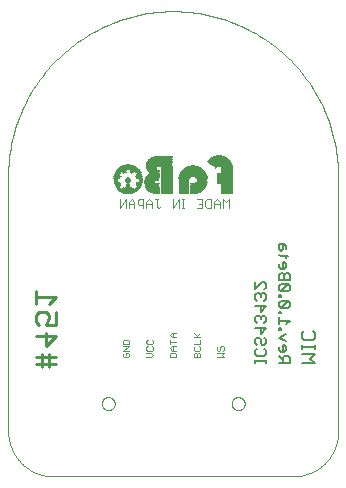
<source format=gbo>
G75*
%MOIN*%
%OFA0B0*%
%FSLAX25Y25*%
%IPPOS*%
%LPD*%
%AMOC8*
5,1,8,0,0,1.08239X$1,22.5*
%
%ADD10C,0.00600*%
%ADD11C,0.00500*%
%ADD12C,0.00900*%
%ADD13C,0.00400*%
%ADD14R,0.00892X0.00042*%
%ADD15R,0.00595X0.00042*%
%ADD16R,0.01572X0.00042*%
%ADD17R,0.01402X0.00042*%
%ADD18R,0.01912X0.00042*%
%ADD19R,0.01955X0.00042*%
%ADD20R,0.02083X0.00042*%
%ADD21R,0.02295X0.00042*%
%ADD22R,0.03782X0.00042*%
%ADD23R,0.02252X0.00042*%
%ADD24R,0.03485X0.00042*%
%ADD25R,0.02635X0.00042*%
%ADD26R,0.03825X0.00042*%
%ADD27R,0.02422X0.00042*%
%ADD28R,0.03527X0.00042*%
%ADD29R,0.01785X0.00042*%
%ADD30R,0.02932X0.00042*%
%ADD31R,0.02550X0.00042*%
%ADD32R,0.02082X0.00042*%
%ADD33R,0.03145X0.00042*%
%ADD34R,0.02677X0.00042*%
%ADD35R,0.03400X0.00042*%
%ADD36R,0.02763X0.00042*%
%ADD37R,0.02507X0.00042*%
%ADD38R,0.03612X0.00042*%
%ADD39R,0.02847X0.00042*%
%ADD40R,0.02975X0.00042*%
%ADD41R,0.03995X0.00042*%
%ADD42R,0.03060X0.00042*%
%ADD43R,0.02890X0.00042*%
%ADD44R,0.04207X0.00042*%
%ADD45R,0.03145X0.00042*%
%ADD46R,0.04377X0.00042*%
%ADD47R,0.03230X0.00042*%
%ADD48R,0.04547X0.00042*%
%ADD49R,0.03315X0.00042*%
%ADD50R,0.04717X0.00042*%
%ADD51R,0.03358X0.00042*%
%ADD52R,0.04845X0.00042*%
%ADD53R,0.03442X0.00042*%
%ADD54R,0.04972X0.00042*%
%ADD55R,0.05100X0.00042*%
%ADD56R,0.03570X0.00042*%
%ADD57R,0.05270X0.00042*%
%ADD58R,0.03655X0.00042*%
%ADD59R,0.05397X0.00042*%
%ADD60R,0.03697X0.00042*%
%ADD61R,0.03570X0.00042*%
%ADD62R,0.05525X0.00042*%
%ADD63R,0.03740X0.00042*%
%ADD64R,0.05610X0.00042*%
%ADD65R,0.05738X0.00042*%
%ADD66R,0.03867X0.00042*%
%ADD67R,0.05865X0.00042*%
%ADD68R,0.03952X0.00042*%
%ADD69R,0.05950X0.00042*%
%ADD70R,0.03995X0.00042*%
%ADD71R,0.06077X0.00042*%
%ADD72R,0.04038X0.00042*%
%ADD73R,0.03910X0.00042*%
%ADD74R,0.06205X0.00042*%
%ADD75R,0.04080X0.00042*%
%ADD76R,0.06290X0.00042*%
%ADD77R,0.04122X0.00042*%
%ADD78R,0.06375X0.00042*%
%ADD79R,0.04165X0.00042*%
%ADD80R,0.06460X0.00042*%
%ADD81R,0.04208X0.00042*%
%ADD82R,0.06588X0.00042*%
%ADD83R,0.04250X0.00042*%
%ADD84R,0.06672X0.00042*%
%ADD85R,0.04292X0.00042*%
%ADD86R,0.06757X0.00042*%
%ADD87R,0.04335X0.00042*%
%ADD88R,0.06842X0.00042*%
%ADD89R,0.06927X0.00042*%
%ADD90R,0.04420X0.00042*%
%ADD91R,0.07013X0.00042*%
%ADD92R,0.04462X0.00042*%
%ADD93R,0.07097X0.00042*%
%ADD94R,0.04505X0.00042*%
%ADD95R,0.07140X0.00042*%
%ADD96R,0.01360X0.00042*%
%ADD97R,0.04590X0.00042*%
%ADD98R,0.04633X0.00042*%
%ADD99R,0.04420X0.00042*%
%ADD100R,0.04675X0.00042*%
%ADD101R,0.01317X0.00042*%
%ADD102R,0.04760X0.00042*%
%ADD103R,0.04802X0.00042*%
%ADD104R,0.00510X0.00042*%
%ADD105R,0.02040X0.00042*%
%ADD106R,0.00552X0.00042*%
%ADD107R,0.00382X0.00042*%
%ADD108R,0.01275X0.00042*%
%ADD109R,0.04845X0.00042*%
%ADD110R,0.00255X0.00042*%
%ADD111R,0.04888X0.00042*%
%ADD112R,0.04632X0.00042*%
%ADD113R,0.00127X0.00042*%
%ADD114R,0.01870X0.00042*%
%ADD115R,0.00085X0.00042*%
%ADD116R,0.04930X0.00042*%
%ADD117R,0.01827X0.00042*%
%ADD118R,0.01232X0.00042*%
%ADD119R,0.01233X0.00042*%
%ADD120R,0.01742X0.00042*%
%ADD121R,0.05015X0.00042*%
%ADD122R,0.01700X0.00042*%
%ADD123R,0.01190X0.00042*%
%ADD124R,0.05058X0.00042*%
%ADD125R,0.01657X0.00042*%
%ADD126R,0.01615X0.00042*%
%ADD127R,0.05142X0.00042*%
%ADD128R,0.01530X0.00042*%
%ADD129R,0.01445X0.00042*%
%ADD130R,0.01487X0.00042*%
%ADD131R,0.01445X0.00042*%
%ADD132R,0.05185X0.00042*%
%ADD133R,0.05227X0.00042*%
%ADD134R,0.05270X0.00042*%
%ADD135R,0.05312X0.00042*%
%ADD136R,0.05355X0.00042*%
%ADD137R,0.01147X0.00042*%
%ADD138R,0.01997X0.00042*%
%ADD139R,0.01105X0.00042*%
%ADD140R,0.01063X0.00042*%
%ADD141R,0.01020X0.00042*%
%ADD142R,0.02125X0.00042*%
%ADD143R,0.05440X0.00042*%
%ADD144R,0.00977X0.00042*%
%ADD145R,0.00935X0.00042*%
%ADD146R,0.05483X0.00042*%
%ADD147R,0.00850X0.00042*%
%ADD148R,0.00807X0.00042*%
%ADD149R,0.05057X0.00042*%
%ADD150R,0.00765X0.00042*%
%ADD151R,0.00595X0.00042*%
%ADD152R,0.00425X0.00042*%
%ADD153R,0.03783X0.00042*%
%ADD154R,0.00722X0.00042*%
%ADD155R,0.00297X0.00042*%
%ADD156R,0.00680X0.00042*%
%ADD157R,0.00213X0.00042*%
%ADD158R,0.00042X0.00042*%
%ADD159R,0.02040X0.00042*%
%ADD160R,0.01190X0.00042*%
%ADD161R,0.03357X0.00042*%
%ADD162R,0.01870X0.00042*%
%ADD163R,0.02167X0.00042*%
%ADD164R,0.02210X0.00042*%
%ADD165R,0.00467X0.00042*%
%ADD166R,0.02253X0.00042*%
%ADD167R,0.02295X0.00042*%
%ADD168R,0.02337X0.00042*%
%ADD169R,0.09350X0.00042*%
%ADD170R,0.02380X0.00042*%
%ADD171R,0.09308X0.00042*%
%ADD172R,0.09265X0.00042*%
%ADD173R,0.09222X0.00042*%
%ADD174R,0.09137X0.00042*%
%ADD175R,0.09052X0.00042*%
%ADD176R,0.09010X0.00042*%
%ADD177R,0.01828X0.00042*%
%ADD178R,0.08967X0.00042*%
%ADD179R,0.08925X0.00042*%
%ADD180R,0.08840X0.00042*%
%ADD181R,0.08755X0.00042*%
%ADD182R,0.08670X0.00042*%
%ADD183R,0.01615X0.00042*%
%ADD184R,0.03102X0.00042*%
%ADD185R,0.08627X0.00042*%
%ADD186R,0.03188X0.00042*%
%ADD187R,0.08585X0.00042*%
%ADD188R,0.01658X0.00042*%
%ADD189R,0.08542X0.00042*%
%ADD190R,0.03272X0.00042*%
%ADD191R,0.08500X0.00042*%
%ADD192R,0.08457X0.00042*%
%ADD193R,0.08372X0.00042*%
%ADD194R,0.08288X0.00042*%
%ADD195R,0.01020X0.00042*%
%ADD196R,0.08202X0.00042*%
%ADD197R,0.08117X0.00042*%
%ADD198R,0.08075X0.00042*%
%ADD199R,0.08032X0.00042*%
%ADD200R,0.07947X0.00042*%
%ADD201R,0.07905X0.00042*%
%ADD202R,0.07820X0.00042*%
%ADD203R,0.07777X0.00042*%
%ADD204R,0.07735X0.00042*%
%ADD205R,0.07650X0.00042*%
%ADD206R,0.07565X0.00042*%
%ADD207R,0.03315X0.00042*%
%ADD208R,0.07480X0.00042*%
%ADD209R,0.07437X0.00042*%
%ADD210R,0.07353X0.00042*%
%ADD211R,0.07267X0.00042*%
%ADD212R,0.07183X0.00042*%
%ADD213R,0.03740X0.00042*%
%ADD214R,0.07055X0.00042*%
%ADD215R,0.06928X0.00042*%
%ADD216R,0.06758X0.00042*%
%ADD217R,0.03103X0.00042*%
%ADD218R,0.06503X0.00042*%
%ADD219R,0.06417X0.00042*%
%ADD220R,0.06333X0.00042*%
%ADD221R,0.06162X0.00042*%
%ADD222R,0.06078X0.00042*%
%ADD223R,0.05822X0.00042*%
%ADD224R,0.00170X0.00042*%
%ADD225R,0.00340X0.00042*%
%ADD226R,0.04378X0.00042*%
%ADD227R,0.03528X0.00042*%
%ADD228R,0.03953X0.00042*%
%ADD229R,0.06332X0.00042*%
%ADD230R,0.06502X0.00042*%
%ADD231R,0.06630X0.00042*%
%ADD232R,0.06715X0.00042*%
%ADD233R,0.06800X0.00042*%
%ADD234R,0.06970X0.00042*%
%ADD235R,0.07225X0.00042*%
%ADD236R,0.07310X0.00042*%
%ADD237R,0.07395X0.00042*%
%ADD238R,0.07522X0.00042*%
%ADD239R,0.08415X0.00042*%
%ADD240R,0.07608X0.00042*%
%ADD241R,0.07692X0.00042*%
%ADD242R,0.08330X0.00042*%
%ADD243R,0.08245X0.00042*%
%ADD244R,0.08160X0.00042*%
%ADD245R,0.06970X0.00042*%
%ADD246R,0.06885X0.00042*%
%ADD247R,0.07990X0.00042*%
%ADD248R,0.06545X0.00042*%
%ADD249R,0.07863X0.00042*%
%ADD250R,0.07820X0.00042*%
%ADD251R,0.06120X0.00042*%
%ADD252R,0.07607X0.00042*%
%ADD253R,0.05992X0.00042*%
%ADD254R,0.05780X0.00042*%
%ADD255R,0.05652X0.00042*%
%ADD256R,0.07352X0.00042*%
%ADD257R,0.05567X0.00042*%
%ADD258R,0.02465X0.00042*%
%ADD259C,0.00000*%
%ADD260C,0.00300*%
D10*
X0099300Y0039300D02*
X0103704Y0039300D01*
X0102236Y0040768D01*
X0103704Y0042236D01*
X0099300Y0042236D01*
X0099300Y0043904D02*
X0099300Y0045372D01*
X0099300Y0044638D02*
X0103704Y0044638D01*
X0103704Y0043904D02*
X0103704Y0045372D01*
X0102970Y0046973D02*
X0100034Y0046973D01*
X0099300Y0047707D01*
X0099300Y0049175D01*
X0100034Y0049909D01*
X0102970Y0049909D02*
X0103704Y0049175D01*
X0103704Y0047707D01*
X0102970Y0046973D01*
D11*
X0095253Y0041001D02*
X0095253Y0039250D01*
X0091750Y0039250D01*
X0092918Y0039250D02*
X0092918Y0041001D01*
X0093501Y0041585D01*
X0094669Y0041585D01*
X0095253Y0041001D01*
X0092918Y0040418D02*
X0091750Y0041585D01*
X0092334Y0042933D02*
X0093501Y0042933D01*
X0094085Y0043517D01*
X0094085Y0044685D01*
X0093501Y0045268D01*
X0092918Y0045268D01*
X0092918Y0042933D01*
X0092334Y0042933D02*
X0091750Y0043517D01*
X0091750Y0044685D01*
X0094085Y0046616D02*
X0091750Y0047784D01*
X0094085Y0048952D01*
X0092334Y0050299D02*
X0092334Y0050883D01*
X0091750Y0050883D01*
X0091750Y0050299D01*
X0092334Y0050299D01*
X0091750Y0052141D02*
X0091750Y0054476D01*
X0091750Y0053309D02*
X0095253Y0053309D01*
X0094085Y0052141D01*
X0092334Y0055824D02*
X0092334Y0056408D01*
X0091750Y0056408D01*
X0091750Y0055824D01*
X0092334Y0055824D01*
X0092334Y0057666D02*
X0094669Y0060001D01*
X0092334Y0060001D01*
X0091750Y0059417D01*
X0091750Y0058250D01*
X0092334Y0057666D01*
X0094669Y0057666D01*
X0095253Y0058250D01*
X0095253Y0059417D01*
X0094669Y0060001D01*
X0092334Y0061349D02*
X0092334Y0061933D01*
X0091750Y0061933D01*
X0091750Y0061349D01*
X0092334Y0061349D01*
X0092334Y0063190D02*
X0094669Y0065526D01*
X0092334Y0065526D01*
X0091750Y0064942D01*
X0091750Y0063774D01*
X0092334Y0063190D01*
X0094669Y0063190D01*
X0095253Y0063774D01*
X0095253Y0064942D01*
X0094669Y0065526D01*
X0095253Y0066874D02*
X0095253Y0068625D01*
X0094669Y0069209D01*
X0094085Y0069209D01*
X0093501Y0068625D01*
X0093501Y0066874D01*
X0091750Y0066874D02*
X0091750Y0068625D01*
X0092334Y0069209D01*
X0092918Y0069209D01*
X0093501Y0068625D01*
X0093501Y0070557D02*
X0092334Y0070557D01*
X0091750Y0071141D01*
X0091750Y0072308D01*
X0092918Y0072892D02*
X0092918Y0070557D01*
X0093501Y0070557D02*
X0094085Y0071141D01*
X0094085Y0072308D01*
X0093501Y0072892D01*
X0092918Y0072892D01*
X0094085Y0074240D02*
X0094085Y0075408D01*
X0094669Y0074824D02*
X0092334Y0074824D01*
X0091750Y0075408D01*
X0092334Y0076695D02*
X0092918Y0077279D01*
X0092918Y0079031D01*
X0093501Y0079031D02*
X0091750Y0079031D01*
X0091750Y0077279D01*
X0092334Y0076695D01*
X0094085Y0077279D02*
X0094085Y0078447D01*
X0093501Y0079031D01*
X0091750Y0066874D02*
X0095253Y0066874D01*
X0087379Y0065556D02*
X0087379Y0064388D01*
X0086795Y0063804D01*
X0086795Y0062456D02*
X0086211Y0062456D01*
X0085627Y0061873D01*
X0085044Y0062456D01*
X0084460Y0062456D01*
X0083876Y0061873D01*
X0083876Y0060705D01*
X0084460Y0060121D01*
X0085627Y0061289D02*
X0085627Y0061873D01*
X0086795Y0062456D02*
X0087379Y0061873D01*
X0087379Y0060705D01*
X0086795Y0060121D01*
X0085627Y0058773D02*
X0085627Y0056438D01*
X0087379Y0058189D01*
X0083876Y0058189D01*
X0084460Y0055090D02*
X0083876Y0054506D01*
X0083876Y0053339D01*
X0084460Y0052755D01*
X0085627Y0053923D02*
X0085627Y0054506D01*
X0085044Y0055090D01*
X0084460Y0055090D01*
X0085627Y0054506D02*
X0086211Y0055090D01*
X0086795Y0055090D01*
X0087379Y0054506D01*
X0087379Y0053339D01*
X0086795Y0052755D01*
X0085627Y0051407D02*
X0085627Y0049072D01*
X0087379Y0050823D01*
X0083876Y0050823D01*
X0084460Y0047724D02*
X0083876Y0047140D01*
X0083876Y0045972D01*
X0084460Y0045389D01*
X0085627Y0045972D02*
X0085627Y0047140D01*
X0085044Y0047724D01*
X0084460Y0047724D01*
X0085627Y0045972D02*
X0086211Y0045389D01*
X0086795Y0045389D01*
X0087379Y0045972D01*
X0087379Y0047140D01*
X0086795Y0047724D01*
X0086795Y0044041D02*
X0087379Y0043457D01*
X0087379Y0042289D01*
X0086795Y0041705D01*
X0084460Y0041705D01*
X0083876Y0042289D01*
X0083876Y0043457D01*
X0084460Y0044041D01*
X0083876Y0040418D02*
X0083876Y0039250D01*
X0083876Y0039834D02*
X0087379Y0039834D01*
X0087379Y0039250D02*
X0087379Y0040418D01*
X0083876Y0063804D02*
X0086211Y0066140D01*
X0086795Y0066140D01*
X0087379Y0065556D01*
X0083876Y0066140D02*
X0083876Y0063804D01*
D12*
X0017356Y0061183D02*
X0010650Y0061183D01*
X0010650Y0058948D02*
X0010650Y0063418D01*
X0015120Y0058948D02*
X0017356Y0061183D01*
X0017356Y0056420D02*
X0017356Y0051950D01*
X0014003Y0051950D01*
X0015120Y0054185D01*
X0015120Y0055303D01*
X0014003Y0056420D01*
X0011768Y0056420D01*
X0010650Y0055303D01*
X0010650Y0053068D01*
X0011768Y0051950D01*
X0014003Y0049423D02*
X0014003Y0044952D01*
X0017356Y0048305D01*
X0010650Y0048305D01*
X0012885Y0042425D02*
X0012885Y0037954D01*
X0015120Y0037954D02*
X0015120Y0041307D01*
X0015120Y0042425D01*
X0017356Y0041307D02*
X0010650Y0041307D01*
X0010650Y0039072D02*
X0017356Y0039072D01*
D13*
X0038717Y0091000D02*
X0038717Y0093802D01*
X0040585Y0093802D02*
X0038717Y0091000D01*
X0040585Y0091000D02*
X0040585Y0093802D01*
X0041663Y0092868D02*
X0041663Y0091000D01*
X0041663Y0092401D02*
X0043532Y0092401D01*
X0043532Y0092868D02*
X0042598Y0093802D01*
X0041663Y0092868D01*
X0043532Y0092868D02*
X0043532Y0091000D01*
X0044610Y0092401D02*
X0045077Y0091934D01*
X0046478Y0091934D01*
X0046478Y0091000D02*
X0046478Y0093802D01*
X0045077Y0093802D01*
X0044610Y0093335D01*
X0044610Y0092401D01*
X0047557Y0092401D02*
X0049425Y0092401D01*
X0049425Y0092868D02*
X0048491Y0093802D01*
X0047557Y0092868D01*
X0047557Y0091000D01*
X0049425Y0091000D02*
X0049425Y0092868D01*
X0050503Y0093802D02*
X0051437Y0093802D01*
X0050970Y0093802D02*
X0050970Y0091467D01*
X0051437Y0091000D01*
X0051904Y0091000D01*
X0052371Y0091467D01*
X0056396Y0091000D02*
X0056396Y0093802D01*
X0058264Y0093802D02*
X0056396Y0091000D01*
X0058264Y0091000D02*
X0058264Y0093802D01*
X0059295Y0093802D02*
X0060229Y0093802D01*
X0059762Y0093802D02*
X0059762Y0091000D01*
X0060229Y0091000D02*
X0059295Y0091000D01*
X0064253Y0091000D02*
X0066122Y0091000D01*
X0066122Y0093802D01*
X0064253Y0093802D01*
X0065188Y0092401D02*
X0066122Y0092401D01*
X0067200Y0091467D02*
X0067200Y0093335D01*
X0067667Y0093802D01*
X0069068Y0093802D01*
X0069068Y0091000D01*
X0067667Y0091000D01*
X0067200Y0091467D01*
X0070147Y0091000D02*
X0070147Y0092868D01*
X0071081Y0093802D01*
X0072015Y0092868D01*
X0072015Y0091000D01*
X0073093Y0091000D02*
X0073093Y0093802D01*
X0074027Y0092868D01*
X0074961Y0093802D01*
X0074961Y0091000D01*
X0072015Y0092401D02*
X0070147Y0092401D01*
D14*
X0063140Y0095500D03*
X0071683Y0108207D03*
X0051410Y0095670D03*
X0041508Y0098730D03*
X0041508Y0100812D03*
D15*
X0042761Y0102512D03*
X0040211Y0102512D03*
X0041486Y0095500D03*
D16*
X0041508Y0097923D03*
X0041508Y0100515D03*
X0045205Y0102130D03*
X0045162Y0102257D03*
X0045460Y0099367D03*
X0037980Y0098135D03*
X0037980Y0098092D03*
X0037810Y0102215D03*
X0063140Y0095542D03*
X0070748Y0104723D03*
D17*
X0045630Y0100557D03*
X0045035Y0097965D03*
X0041508Y0098135D03*
X0041508Y0095542D03*
X0037980Y0097965D03*
X0037343Y0100557D03*
X0041508Y0105148D03*
X0042868Y0102852D03*
D18*
X0045162Y0101832D03*
X0044992Y0098390D03*
X0041508Y0097498D03*
X0063225Y0095585D03*
D19*
X0044971Y0098432D03*
X0045141Y0101790D03*
X0041486Y0105105D03*
X0037831Y0101832D03*
X0037831Y0101790D03*
X0038001Y0098432D03*
X0041486Y0097455D03*
X0041486Y0095585D03*
D20*
X0038023Y0098517D03*
X0038023Y0098560D03*
X0038023Y0098602D03*
X0037938Y0098815D03*
X0037852Y0099027D03*
X0037852Y0099070D03*
X0037852Y0099112D03*
X0037810Y0099198D03*
X0037852Y0101662D03*
X0045290Y0100685D03*
X0045162Y0099155D03*
X0045162Y0099112D03*
X0045077Y0098900D03*
X0045035Y0098773D03*
X0044950Y0098560D03*
X0063310Y0095627D03*
X0071640Y0108123D03*
D21*
X0050751Y0095798D03*
X0041486Y0095627D03*
X0037874Y0101110D03*
X0037874Y0101152D03*
X0041486Y0105062D03*
D22*
X0041508Y0097242D03*
X0050008Y0101832D03*
X0050008Y0102980D03*
X0054258Y0102980D03*
X0054258Y0102937D03*
X0054258Y0102895D03*
X0054258Y0102852D03*
X0054258Y0102810D03*
X0054258Y0102767D03*
X0054258Y0102725D03*
X0054258Y0102682D03*
X0054258Y0102640D03*
X0054258Y0102598D03*
X0054258Y0102555D03*
X0054258Y0102512D03*
X0054258Y0102470D03*
X0054258Y0102427D03*
X0054258Y0102385D03*
X0054258Y0102342D03*
X0054258Y0102300D03*
X0054258Y0102257D03*
X0054258Y0102215D03*
X0054258Y0102173D03*
X0054258Y0102130D03*
X0054258Y0102087D03*
X0054258Y0102045D03*
X0054258Y0102002D03*
X0054258Y0101960D03*
X0054258Y0101917D03*
X0054258Y0101875D03*
X0054258Y0101832D03*
X0054258Y0101790D03*
X0054258Y0101748D03*
X0054258Y0101705D03*
X0054258Y0101662D03*
X0054258Y0101620D03*
X0054258Y0101577D03*
X0054258Y0101535D03*
X0054258Y0101492D03*
X0054258Y0101450D03*
X0054258Y0101407D03*
X0054258Y0101365D03*
X0054258Y0101323D03*
X0054258Y0101280D03*
X0054258Y0101237D03*
X0054258Y0101195D03*
X0054258Y0101152D03*
X0054258Y0101110D03*
X0054258Y0101067D03*
X0054258Y0101025D03*
X0054258Y0100982D03*
X0054258Y0100940D03*
X0054258Y0100898D03*
X0054258Y0100855D03*
X0054258Y0100812D03*
X0054258Y0100770D03*
X0054258Y0100727D03*
X0054258Y0100685D03*
X0054258Y0100642D03*
X0054258Y0100600D03*
X0054258Y0100557D03*
X0054258Y0100515D03*
X0054258Y0100473D03*
X0054258Y0100430D03*
X0054258Y0100387D03*
X0054258Y0100345D03*
X0054258Y0100302D03*
X0054258Y0100260D03*
X0054258Y0100217D03*
X0054258Y0100175D03*
X0054258Y0100132D03*
X0054258Y0100090D03*
X0054258Y0100048D03*
X0054258Y0100005D03*
X0054258Y0099962D03*
X0054258Y0099920D03*
X0054258Y0099877D03*
X0054258Y0099835D03*
X0054258Y0099792D03*
X0054258Y0099750D03*
X0054258Y0099707D03*
X0054258Y0099665D03*
X0054258Y0099623D03*
X0054258Y0099580D03*
X0054258Y0099537D03*
X0054258Y0099495D03*
X0054258Y0099452D03*
X0054258Y0099410D03*
X0054258Y0099367D03*
X0054258Y0099325D03*
X0054258Y0099282D03*
X0054258Y0099240D03*
X0054258Y0099198D03*
X0054258Y0099155D03*
X0054258Y0099112D03*
X0054258Y0099070D03*
X0054258Y0099027D03*
X0054258Y0098985D03*
X0054258Y0098942D03*
X0054258Y0098900D03*
X0054258Y0098857D03*
X0054258Y0098815D03*
X0054258Y0098773D03*
X0054258Y0098730D03*
X0054258Y0098687D03*
X0054258Y0098645D03*
X0054258Y0098602D03*
X0054258Y0098560D03*
X0054258Y0098517D03*
X0054258Y0098475D03*
X0054258Y0098432D03*
X0054258Y0098390D03*
X0054258Y0098348D03*
X0054258Y0098305D03*
X0054258Y0098262D03*
X0054258Y0098220D03*
X0054258Y0098177D03*
X0054258Y0098135D03*
X0054258Y0098092D03*
X0054258Y0098050D03*
X0054258Y0098007D03*
X0054258Y0097965D03*
X0054258Y0097923D03*
X0054258Y0097880D03*
X0054258Y0097837D03*
X0054258Y0097795D03*
X0054258Y0097752D03*
X0054258Y0097710D03*
X0054258Y0097667D03*
X0054258Y0097625D03*
X0054258Y0097582D03*
X0054258Y0097540D03*
X0054258Y0097498D03*
X0054258Y0097455D03*
X0054258Y0097412D03*
X0054258Y0097370D03*
X0054258Y0097327D03*
X0054258Y0097285D03*
X0054258Y0097242D03*
X0054258Y0097200D03*
X0054258Y0097157D03*
X0054258Y0097115D03*
X0054258Y0097073D03*
X0054258Y0097030D03*
X0054258Y0096987D03*
X0054258Y0096945D03*
X0054258Y0096902D03*
X0054258Y0096860D03*
X0054258Y0096817D03*
X0054258Y0096775D03*
X0054258Y0096732D03*
X0054258Y0096690D03*
X0054258Y0096648D03*
X0054258Y0096605D03*
X0054258Y0096562D03*
X0054258Y0096520D03*
X0054258Y0096477D03*
X0054258Y0096435D03*
X0054258Y0096392D03*
X0054258Y0096350D03*
X0054258Y0096307D03*
X0054258Y0096265D03*
X0054258Y0096223D03*
X0054258Y0096180D03*
X0054258Y0096137D03*
X0054258Y0096095D03*
X0054258Y0096052D03*
X0054258Y0096010D03*
X0054258Y0095967D03*
X0054258Y0095925D03*
X0054258Y0095882D03*
X0054258Y0095840D03*
X0054258Y0095798D03*
X0054258Y0095755D03*
X0054258Y0095712D03*
X0054258Y0095670D03*
X0054258Y0103023D03*
X0054258Y0103065D03*
X0054258Y0103107D03*
X0054258Y0103150D03*
X0054258Y0103192D03*
X0054258Y0103235D03*
X0054258Y0103277D03*
X0054258Y0103320D03*
X0054258Y0103362D03*
X0054258Y0103405D03*
X0054258Y0103448D03*
X0054258Y0103490D03*
X0054258Y0103532D03*
X0054258Y0103575D03*
X0054258Y0103617D03*
X0054258Y0103660D03*
X0054258Y0103702D03*
X0054258Y0103745D03*
X0054258Y0103787D03*
X0054258Y0103830D03*
X0054258Y0103873D03*
X0054258Y0103915D03*
X0054258Y0103957D03*
X0054258Y0104000D03*
X0054258Y0104042D03*
X0054258Y0104085D03*
X0054258Y0104127D03*
X0054258Y0104170D03*
X0054258Y0104212D03*
X0054258Y0104255D03*
X0054258Y0104298D03*
X0054258Y0104340D03*
X0054258Y0104382D03*
X0054258Y0104425D03*
X0054258Y0104467D03*
X0054258Y0104510D03*
X0054258Y0104552D03*
X0065945Y0099282D03*
X0074530Y0095670D03*
X0074445Y0104127D03*
X0074445Y0104170D03*
D23*
X0063055Y0104723D03*
X0063395Y0095670D03*
X0045205Y0100855D03*
X0045205Y0100898D03*
X0045078Y0101450D03*
X0045078Y0101492D03*
X0037895Y0101492D03*
X0037810Y0100982D03*
X0037810Y0100940D03*
X0037810Y0100898D03*
D24*
X0048669Y0099835D03*
X0048626Y0099070D03*
X0050156Y0102045D03*
X0050156Y0102640D03*
X0060059Y0095670D03*
D25*
X0063034Y0104680D03*
X0050581Y0095882D03*
X0041486Y0095670D03*
X0041486Y0105020D03*
D26*
X0041486Y0104807D03*
X0041486Y0095882D03*
X0049986Y0096520D03*
X0049986Y0101790D03*
X0049986Y0103023D03*
X0060271Y0100940D03*
X0064181Y0096435D03*
X0065924Y0099240D03*
X0065966Y0100855D03*
X0074509Y0102215D03*
X0074509Y0102257D03*
X0074509Y0102300D03*
X0074509Y0102342D03*
X0074509Y0102385D03*
X0074509Y0102427D03*
X0074509Y0102470D03*
X0074509Y0102512D03*
X0074509Y0102555D03*
X0074509Y0102598D03*
X0074509Y0102640D03*
X0074509Y0102682D03*
X0074509Y0102725D03*
X0074509Y0102767D03*
X0074509Y0102810D03*
X0074509Y0102852D03*
X0074509Y0102895D03*
X0074509Y0102937D03*
X0074509Y0102980D03*
X0074509Y0103023D03*
X0074509Y0103065D03*
X0074509Y0103107D03*
X0074509Y0103150D03*
X0074509Y0103192D03*
X0074509Y0103235D03*
X0074509Y0103277D03*
X0074509Y0103320D03*
X0074509Y0103362D03*
X0074509Y0103405D03*
X0074509Y0103448D03*
X0074509Y0103490D03*
X0074509Y0103532D03*
X0074509Y0103575D03*
X0074509Y0103617D03*
X0074509Y0103660D03*
X0074509Y0103702D03*
X0074509Y0103745D03*
X0074466Y0104042D03*
X0074466Y0104085D03*
X0074424Y0104212D03*
X0074424Y0104255D03*
X0074424Y0104298D03*
X0074381Y0104382D03*
X0074509Y0098815D03*
X0074509Y0098773D03*
X0074509Y0098730D03*
X0074509Y0098687D03*
X0074509Y0098645D03*
X0074509Y0098602D03*
X0074509Y0098560D03*
X0074509Y0098517D03*
X0074509Y0098475D03*
X0074509Y0098432D03*
X0074509Y0098390D03*
X0074509Y0098348D03*
X0074509Y0098305D03*
X0074509Y0098262D03*
X0074509Y0098220D03*
X0074509Y0098177D03*
X0074509Y0098135D03*
X0074509Y0098092D03*
X0074509Y0098050D03*
X0074509Y0098007D03*
X0074509Y0097965D03*
X0074509Y0097923D03*
X0074509Y0097880D03*
X0074509Y0097837D03*
X0074509Y0097795D03*
X0074509Y0097752D03*
X0074509Y0097710D03*
X0074509Y0097667D03*
X0074509Y0097625D03*
X0074509Y0097582D03*
X0074509Y0097540D03*
X0074509Y0097498D03*
X0074509Y0097455D03*
X0074509Y0097412D03*
X0074509Y0097370D03*
X0074509Y0097327D03*
X0074509Y0097285D03*
X0074509Y0097242D03*
X0074509Y0097200D03*
X0074509Y0097157D03*
X0074509Y0097115D03*
X0074509Y0097073D03*
X0074509Y0097030D03*
X0074509Y0096987D03*
X0074509Y0096945D03*
X0074509Y0096902D03*
X0074509Y0096860D03*
X0074509Y0096817D03*
X0074509Y0096775D03*
X0074509Y0096732D03*
X0074509Y0096690D03*
X0074509Y0096648D03*
X0074509Y0096605D03*
X0074509Y0096562D03*
X0074509Y0096520D03*
X0074509Y0096477D03*
X0074509Y0096435D03*
X0074509Y0096392D03*
X0074509Y0096350D03*
X0074509Y0096307D03*
X0074509Y0096265D03*
X0074509Y0096223D03*
X0074509Y0096180D03*
X0074509Y0096137D03*
X0074509Y0096095D03*
X0074509Y0096052D03*
X0074509Y0096010D03*
X0074509Y0095967D03*
X0074509Y0095925D03*
X0074509Y0095882D03*
X0074509Y0095840D03*
X0074509Y0095798D03*
X0074509Y0095755D03*
X0074509Y0095712D03*
D27*
X0063480Y0095712D03*
D28*
X0064033Y0096223D03*
X0060080Y0096223D03*
X0060080Y0096265D03*
X0060080Y0096307D03*
X0060080Y0096350D03*
X0060080Y0096392D03*
X0060080Y0096435D03*
X0060080Y0096477D03*
X0060080Y0096520D03*
X0060080Y0096562D03*
X0060080Y0096605D03*
X0060080Y0096648D03*
X0060080Y0096690D03*
X0060080Y0096732D03*
X0060080Y0096775D03*
X0060080Y0096817D03*
X0060080Y0096860D03*
X0060080Y0096902D03*
X0060080Y0096945D03*
X0060080Y0096987D03*
X0060080Y0097030D03*
X0060080Y0097073D03*
X0060080Y0097115D03*
X0060080Y0097157D03*
X0060080Y0097200D03*
X0060080Y0097242D03*
X0060080Y0097285D03*
X0060080Y0097327D03*
X0060080Y0097370D03*
X0060080Y0097412D03*
X0060080Y0097455D03*
X0060080Y0097498D03*
X0060080Y0097540D03*
X0060080Y0097582D03*
X0060080Y0097625D03*
X0060080Y0097667D03*
X0060080Y0097710D03*
X0060080Y0097752D03*
X0060080Y0097795D03*
X0060080Y0097837D03*
X0060080Y0097880D03*
X0060080Y0097923D03*
X0060080Y0097965D03*
X0060080Y0098007D03*
X0060080Y0098050D03*
X0060080Y0098092D03*
X0060080Y0098135D03*
X0060080Y0098177D03*
X0060080Y0098220D03*
X0060080Y0098262D03*
X0060080Y0098305D03*
X0060080Y0098348D03*
X0060080Y0098390D03*
X0060080Y0098432D03*
X0060080Y0098475D03*
X0060080Y0098517D03*
X0060080Y0098560D03*
X0060080Y0098602D03*
X0060080Y0098645D03*
X0060080Y0098687D03*
X0060080Y0098730D03*
X0060080Y0098773D03*
X0060080Y0098815D03*
X0060080Y0098857D03*
X0060080Y0098900D03*
X0060080Y0098942D03*
X0060080Y0098985D03*
X0060080Y0099027D03*
X0060080Y0099070D03*
X0060080Y0099112D03*
X0060080Y0099155D03*
X0060080Y0099198D03*
X0060080Y0099240D03*
X0060080Y0099282D03*
X0060080Y0099325D03*
X0060080Y0099367D03*
X0060080Y0099410D03*
X0060080Y0099452D03*
X0060080Y0099495D03*
X0060080Y0099537D03*
X0060080Y0099580D03*
X0060080Y0099623D03*
X0060080Y0099665D03*
X0060080Y0099707D03*
X0060080Y0099750D03*
X0060080Y0099792D03*
X0060080Y0099835D03*
X0060080Y0099877D03*
X0060080Y0099920D03*
X0060080Y0099962D03*
X0060080Y0100005D03*
X0060080Y0100048D03*
X0060080Y0100090D03*
X0060080Y0100132D03*
X0060080Y0100175D03*
X0060080Y0100217D03*
X0060080Y0096180D03*
X0060080Y0096137D03*
X0060080Y0096095D03*
X0060080Y0096052D03*
X0060080Y0096010D03*
X0060080Y0095967D03*
X0060080Y0095925D03*
X0060080Y0095882D03*
X0060080Y0095840D03*
X0060080Y0095798D03*
X0060080Y0095755D03*
X0060080Y0095712D03*
X0050135Y0096307D03*
X0048690Y0099877D03*
X0050135Y0102002D03*
X0050135Y0102682D03*
X0049583Y0103405D03*
X0049285Y0104382D03*
X0041508Y0097327D03*
X0071683Y0107910D03*
D29*
X0051006Y0095712D03*
X0045184Y0101960D03*
X0044886Y0102640D03*
X0044844Y0102682D03*
X0041486Y0100302D03*
X0041486Y0100260D03*
X0041486Y0099707D03*
X0041486Y0099665D03*
X0041486Y0097667D03*
X0041486Y0097625D03*
X0038001Y0098305D03*
X0037661Y0099325D03*
X0038086Y0102598D03*
X0038129Y0102640D03*
D30*
X0041508Y0104977D03*
X0041508Y0095712D03*
D31*
X0063544Y0095755D03*
D32*
X0050858Y0095755D03*
X0044993Y0098687D03*
X0045120Y0098985D03*
X0045120Y0099027D03*
X0045120Y0099070D03*
X0045120Y0101662D03*
X0037683Y0100685D03*
X0037895Y0098985D03*
X0037895Y0098942D03*
X0037980Y0098730D03*
D33*
X0041486Y0095755D03*
X0039361Y0103490D03*
X0041486Y0104935D03*
X0043611Y0103490D03*
X0050326Y0102215D03*
X0050326Y0096095D03*
D34*
X0063608Y0095798D03*
D35*
X0050199Y0096223D03*
X0048584Y0099198D03*
X0048584Y0099240D03*
X0048626Y0099750D03*
X0050199Y0102087D03*
X0050199Y0102555D03*
X0049519Y0103448D03*
X0049264Y0104298D03*
X0043866Y0102980D03*
X0043824Y0103023D03*
X0043824Y0103065D03*
X0041486Y0104892D03*
X0039149Y0103023D03*
X0041486Y0097370D03*
X0041486Y0095798D03*
D36*
X0050517Y0095925D03*
X0063650Y0095840D03*
X0071683Y0108037D03*
D37*
X0050645Y0095840D03*
D38*
X0050092Y0102767D03*
X0041508Y0104850D03*
X0041508Y0095840D03*
X0060123Y0100430D03*
X0060123Y0100473D03*
X0060123Y0100515D03*
X0066115Y0100387D03*
X0066115Y0100345D03*
X0066115Y0100302D03*
X0066115Y0100260D03*
X0066115Y0099877D03*
X0066115Y0099835D03*
X0066115Y0099792D03*
X0066115Y0099750D03*
X0066115Y0099707D03*
X0066073Y0099665D03*
X0066073Y0099623D03*
X0066073Y0099580D03*
D39*
X0063693Y0095882D03*
D40*
X0063756Y0095925D03*
X0063034Y0104637D03*
X0050411Y0096010D03*
D41*
X0049901Y0096690D03*
X0049901Y0101662D03*
X0049901Y0103277D03*
X0041486Y0104765D03*
X0041486Y0095925D03*
X0065839Y0101067D03*
D42*
X0063799Y0095967D03*
X0071661Y0107995D03*
X0050369Y0102257D03*
X0050369Y0096052D03*
D43*
X0050454Y0095967D03*
D44*
X0049795Y0096902D03*
X0049795Y0101450D03*
X0041508Y0104723D03*
X0041508Y0095967D03*
X0060505Y0101237D03*
D45*
X0063841Y0096010D03*
X0043654Y0103448D03*
D46*
X0041508Y0104680D03*
X0041508Y0096010D03*
X0049710Y0097115D03*
X0049710Y0097157D03*
X0049710Y0101237D03*
X0064458Y0096945D03*
D47*
X0063884Y0096052D03*
X0063034Y0104595D03*
X0050284Y0102385D03*
X0050284Y0102173D03*
X0049391Y0103575D03*
X0049349Y0103617D03*
X0049349Y0103660D03*
X0049306Y0103702D03*
X0049306Y0103745D03*
X0049264Y0103830D03*
X0049264Y0103873D03*
X0049264Y0103915D03*
X0049221Y0104000D03*
X0043696Y0103362D03*
X0043696Y0103320D03*
X0039319Y0103362D03*
X0039276Y0103320D03*
X0050284Y0096137D03*
D48*
X0049625Y0097370D03*
X0049625Y0097412D03*
X0049625Y0100982D03*
X0049625Y0101025D03*
X0041508Y0104637D03*
X0041508Y0096052D03*
X0063012Y0104340D03*
X0064543Y0097115D03*
D49*
X0063926Y0096095D03*
X0071661Y0107952D03*
X0050241Y0102470D03*
X0050241Y0102130D03*
X0049221Y0104127D03*
X0049221Y0104170D03*
X0048584Y0099623D03*
X0048584Y0099580D03*
X0048584Y0099537D03*
X0050241Y0096180D03*
X0043739Y0103235D03*
X0039234Y0103192D03*
D50*
X0041508Y0104595D03*
X0041508Y0096095D03*
X0049540Y0097667D03*
X0049540Y0097710D03*
X0049540Y0097752D03*
X0049540Y0100685D03*
X0049540Y0100727D03*
X0063012Y0104298D03*
X0064627Y0097327D03*
D51*
X0063948Y0096137D03*
X0048562Y0099282D03*
X0048562Y0099325D03*
X0048562Y0099367D03*
X0048562Y0099410D03*
X0048562Y0099452D03*
X0048562Y0099495D03*
X0043802Y0103107D03*
X0039213Y0103150D03*
D52*
X0041486Y0104552D03*
X0041486Y0096137D03*
X0049476Y0098007D03*
X0049476Y0098050D03*
X0049476Y0098092D03*
X0049476Y0098135D03*
X0049476Y0100302D03*
X0049476Y0100345D03*
X0049476Y0100387D03*
D53*
X0048648Y0099792D03*
X0048605Y0099155D03*
X0048605Y0099112D03*
X0050177Y0096265D03*
X0050177Y0102598D03*
X0049243Y0104340D03*
X0043887Y0102937D03*
X0043887Y0102895D03*
X0039127Y0102937D03*
X0039127Y0102980D03*
X0039085Y0102895D03*
X0063990Y0096180D03*
D54*
X0064755Y0097667D03*
X0064755Y0097710D03*
X0049412Y0098517D03*
X0049412Y0098560D03*
X0049412Y0098602D03*
X0049412Y0098645D03*
X0049412Y0098687D03*
X0049412Y0098730D03*
X0049412Y0098773D03*
X0041508Y0096180D03*
X0041508Y0104510D03*
D55*
X0041486Y0104467D03*
X0041486Y0096223D03*
X0053599Y0107910D03*
X0064819Y0097923D03*
X0064819Y0097880D03*
D56*
X0064054Y0096265D03*
X0048754Y0099920D03*
X0048669Y0099027D03*
X0049306Y0104425D03*
D57*
X0041486Y0104425D03*
X0041486Y0096265D03*
D58*
X0041486Y0097285D03*
X0048711Y0098985D03*
X0050071Y0096392D03*
X0050071Y0101917D03*
X0050071Y0102810D03*
X0049349Y0104467D03*
X0060144Y0100600D03*
X0060144Y0100557D03*
X0064096Y0096307D03*
X0066051Y0099495D03*
X0066051Y0099537D03*
X0066094Y0100430D03*
X0066094Y0100473D03*
X0066094Y0100515D03*
X0066094Y0100557D03*
D59*
X0064968Y0098602D03*
X0064968Y0098560D03*
X0064968Y0098517D03*
X0041508Y0096307D03*
X0041508Y0104382D03*
D60*
X0050050Y0102852D03*
X0050050Y0101875D03*
X0050050Y0096435D03*
X0060165Y0100642D03*
X0060165Y0100685D03*
X0060208Y0100727D03*
X0060208Y0100770D03*
X0064118Y0096350D03*
X0066030Y0099452D03*
X0066073Y0100600D03*
X0066030Y0100642D03*
X0066030Y0100685D03*
D61*
X0066136Y0100217D03*
X0066136Y0100175D03*
X0066136Y0100132D03*
X0066136Y0100090D03*
X0066136Y0100048D03*
X0066136Y0100005D03*
X0066136Y0099962D03*
X0066136Y0099920D03*
X0060101Y0100260D03*
X0060101Y0100302D03*
X0060101Y0100345D03*
X0060101Y0100387D03*
X0050114Y0101960D03*
X0050114Y0102725D03*
X0050114Y0096350D03*
D62*
X0041486Y0096350D03*
X0041486Y0104340D03*
X0071661Y0107357D03*
D63*
X0071661Y0107867D03*
X0066009Y0100770D03*
X0066009Y0100727D03*
X0066009Y0099410D03*
X0066009Y0099367D03*
X0065966Y0099325D03*
X0064139Y0096392D03*
X0060229Y0100812D03*
X0050029Y0102895D03*
X0050029Y0102937D03*
X0048839Y0099962D03*
X0050029Y0096477D03*
D64*
X0041486Y0096392D03*
X0041486Y0104298D03*
X0062991Y0104042D03*
D65*
X0063012Y0104000D03*
X0041508Y0104255D03*
X0041508Y0096435D03*
D66*
X0049965Y0096562D03*
X0049965Y0103065D03*
X0049965Y0103107D03*
X0060293Y0100982D03*
X0064202Y0096477D03*
X0065902Y0099198D03*
X0065945Y0100898D03*
X0065902Y0100940D03*
X0074360Y0104425D03*
X0074360Y0104467D03*
X0074402Y0104340D03*
D67*
X0071661Y0107230D03*
X0053216Y0107825D03*
X0041486Y0104212D03*
X0041486Y0096477D03*
D68*
X0049923Y0096648D03*
X0049923Y0101705D03*
X0049923Y0103192D03*
X0049923Y0103235D03*
X0060378Y0101110D03*
X0064245Y0096520D03*
X0065818Y0099070D03*
X0065860Y0101025D03*
X0074318Y0104552D03*
D69*
X0062991Y0103915D03*
X0041486Y0104170D03*
X0041486Y0096520D03*
D70*
X0063034Y0104467D03*
X0064266Y0096562D03*
X0074254Y0104637D03*
D71*
X0041508Y0104127D03*
X0041508Y0096562D03*
D72*
X0041508Y0097157D03*
X0049540Y0104552D03*
X0049880Y0103320D03*
X0049880Y0101620D03*
X0049880Y0096732D03*
X0060420Y0101152D03*
X0064287Y0096605D03*
X0065775Y0099027D03*
D73*
X0065839Y0099112D03*
X0065881Y0099155D03*
X0065881Y0100982D03*
X0060356Y0101067D03*
X0060314Y0101025D03*
X0049944Y0101748D03*
X0049944Y0103150D03*
X0049944Y0096605D03*
X0041486Y0097200D03*
X0071661Y0107825D03*
X0074339Y0104510D03*
D74*
X0071661Y0107102D03*
X0041486Y0104085D03*
X0041486Y0096605D03*
D75*
X0049859Y0096775D03*
X0049859Y0101577D03*
X0064309Y0096648D03*
X0065796Y0101110D03*
X0071661Y0107782D03*
X0074211Y0104680D03*
D76*
X0071661Y0107060D03*
X0053004Y0107740D03*
X0041486Y0104042D03*
X0041486Y0096648D03*
D77*
X0049837Y0096817D03*
X0049837Y0101535D03*
X0060462Y0101195D03*
X0064330Y0096690D03*
X0065733Y0098985D03*
X0065775Y0101152D03*
D78*
X0071661Y0107017D03*
X0073021Y0104807D03*
X0041486Y0104000D03*
X0041486Y0096690D03*
D79*
X0041486Y0097115D03*
X0049816Y0096860D03*
X0049816Y0101492D03*
X0064351Y0096732D03*
X0065711Y0101195D03*
D80*
X0071661Y0106975D03*
X0052919Y0107698D03*
X0041486Y0103957D03*
X0041486Y0096732D03*
D81*
X0063012Y0104425D03*
X0065690Y0098942D03*
X0064373Y0096775D03*
X0074148Y0104723D03*
D82*
X0072873Y0104977D03*
X0063012Y0103660D03*
X0052855Y0107655D03*
X0041508Y0103915D03*
X0041508Y0096775D03*
D83*
X0049774Y0096945D03*
X0049774Y0096987D03*
X0049774Y0101407D03*
X0064394Y0096817D03*
X0065669Y0101237D03*
D84*
X0063012Y0103617D03*
X0041508Y0103873D03*
X0041508Y0096817D03*
D85*
X0049030Y0098900D03*
X0049752Y0097030D03*
X0049752Y0101365D03*
X0060590Y0101280D03*
X0064415Y0096860D03*
X0071683Y0107740D03*
D86*
X0072745Y0105148D03*
X0041508Y0103830D03*
X0041508Y0096860D03*
D87*
X0049731Y0097073D03*
X0049731Y0101280D03*
X0049731Y0101323D03*
X0064436Y0096902D03*
X0065584Y0098900D03*
D88*
X0063012Y0103532D03*
X0072618Y0105275D03*
X0072660Y0105232D03*
X0052727Y0107570D03*
X0041508Y0103787D03*
X0041508Y0096902D03*
D89*
X0041508Y0096945D03*
X0041508Y0103745D03*
X0052685Y0107527D03*
D90*
X0064479Y0096987D03*
X0065584Y0101280D03*
D91*
X0072490Y0105402D03*
X0041508Y0103702D03*
X0041508Y0096987D03*
D92*
X0049667Y0097242D03*
X0049667Y0101152D03*
X0064500Y0097030D03*
X0071683Y0107698D03*
D93*
X0063012Y0103405D03*
X0041508Y0103660D03*
X0041508Y0097030D03*
D94*
X0049646Y0097285D03*
X0049646Y0097327D03*
X0049646Y0101067D03*
X0049646Y0101110D03*
X0064521Y0097073D03*
D95*
X0072384Y0105530D03*
X0072341Y0105573D03*
X0071661Y0106635D03*
X0052579Y0107442D03*
X0041486Y0103617D03*
X0041486Y0097073D03*
D96*
X0041486Y0098177D03*
X0041486Y0099325D03*
X0041486Y0100642D03*
X0040126Y0102852D03*
X0037406Y0099410D03*
X0037959Y0097923D03*
X0038426Y0097242D03*
X0038469Y0097200D03*
X0038511Y0097157D03*
X0038554Y0097115D03*
X0044419Y0097115D03*
X0044461Y0097157D03*
X0044504Y0097200D03*
X0044546Y0097242D03*
X0044589Y0097285D03*
X0044631Y0097327D03*
X0045014Y0097923D03*
X0045566Y0099410D03*
D97*
X0049604Y0100898D03*
X0049604Y0100940D03*
X0049604Y0097498D03*
X0049604Y0097455D03*
X0064564Y0097157D03*
X0071661Y0107655D03*
D98*
X0064585Y0097200D03*
D99*
X0049689Y0097200D03*
X0049689Y0101195D03*
D100*
X0049561Y0100812D03*
X0049561Y0100770D03*
X0049561Y0097625D03*
X0064606Y0097285D03*
X0064606Y0097242D03*
D101*
X0045035Y0097880D03*
X0044780Y0097498D03*
X0044737Y0097455D03*
X0044695Y0097412D03*
X0044652Y0097370D03*
X0041508Y0098220D03*
X0038405Y0097285D03*
X0038363Y0097327D03*
X0038320Y0097370D03*
X0038277Y0097412D03*
X0040148Y0102810D03*
X0042825Y0102810D03*
D102*
X0049519Y0100642D03*
X0049519Y0100600D03*
X0049519Y0100557D03*
X0049519Y0097880D03*
X0049519Y0097837D03*
X0049519Y0097795D03*
X0064649Y0097370D03*
X0071661Y0107612D03*
D103*
X0064670Y0097455D03*
X0064670Y0097412D03*
X0049498Y0097923D03*
X0049498Y0097965D03*
X0049498Y0100430D03*
X0049498Y0100473D03*
X0049498Y0100515D03*
D104*
X0042889Y0097412D03*
X0070811Y0104298D03*
D105*
X0045141Y0101705D03*
X0045226Y0099282D03*
X0045184Y0099240D03*
X0045184Y0099198D03*
X0044971Y0098517D03*
X0041486Y0097412D03*
X0037789Y0099240D03*
X0037874Y0101705D03*
D106*
X0040105Y0097412D03*
X0041508Y0105190D03*
D107*
X0042868Y0097455D03*
X0040105Y0097455D03*
D108*
X0041486Y0098262D03*
X0041486Y0099282D03*
X0041486Y0100685D03*
X0040169Y0102767D03*
X0037279Y0100515D03*
X0037959Y0097880D03*
X0038129Y0097582D03*
X0038171Y0097540D03*
X0038214Y0097498D03*
X0038256Y0097455D03*
X0044801Y0097540D03*
X0044844Y0097582D03*
X0044886Y0097625D03*
X0045694Y0100515D03*
X0070726Y0104637D03*
D109*
X0064691Y0097498D03*
D110*
X0070854Y0104170D03*
X0042804Y0102427D03*
X0040169Y0102427D03*
X0040084Y0097498D03*
X0042889Y0097498D03*
D111*
X0049455Y0098177D03*
X0049455Y0098220D03*
X0049455Y0098262D03*
X0049412Y0100005D03*
X0049455Y0100132D03*
X0049455Y0100175D03*
X0049455Y0100217D03*
X0049455Y0100260D03*
X0063012Y0104255D03*
X0064712Y0097540D03*
X0071683Y0107570D03*
D112*
X0049583Y0100855D03*
X0049583Y0097582D03*
X0049583Y0097540D03*
D113*
X0042910Y0097540D03*
X0062333Y0099070D03*
D114*
X0041486Y0099835D03*
X0041486Y0099877D03*
X0041486Y0099920D03*
X0041486Y0099962D03*
X0041486Y0100005D03*
X0041486Y0100048D03*
X0041486Y0100090D03*
X0041486Y0100132D03*
X0041486Y0100175D03*
X0041486Y0097540D03*
X0038001Y0098348D03*
X0038001Y0098390D03*
X0037576Y0100642D03*
X0038214Y0102767D03*
X0038299Y0102852D03*
D115*
X0040169Y0102385D03*
X0042846Y0102385D03*
X0040084Y0097540D03*
X0070896Y0104085D03*
D116*
X0064734Y0097625D03*
X0064734Y0097582D03*
X0049434Y0098305D03*
X0049434Y0098348D03*
X0049434Y0098390D03*
X0049434Y0098432D03*
X0049434Y0098475D03*
X0049434Y0100048D03*
X0049434Y0100090D03*
D117*
X0045333Y0099325D03*
X0044993Y0098348D03*
X0044993Y0098305D03*
X0041508Y0097582D03*
X0041508Y0099750D03*
X0041508Y0099792D03*
X0041508Y0100217D03*
X0037810Y0101917D03*
X0038193Y0102725D03*
X0044780Y0102767D03*
X0044823Y0102725D03*
D118*
X0041508Y0098305D03*
X0044908Y0097667D03*
X0044993Y0097752D03*
X0044993Y0097795D03*
X0038108Y0097625D03*
X0037980Y0097795D03*
X0037980Y0097837D03*
X0037258Y0099962D03*
X0037258Y0100005D03*
X0037258Y0100048D03*
X0037258Y0100090D03*
X0037258Y0100132D03*
X0037258Y0100175D03*
X0037258Y0100217D03*
X0037258Y0100260D03*
X0037258Y0100302D03*
X0037258Y0100345D03*
X0037258Y0100387D03*
X0037258Y0100430D03*
X0037258Y0100473D03*
D119*
X0038023Y0097710D03*
X0038065Y0097667D03*
X0042825Y0102767D03*
X0045715Y0100473D03*
X0045035Y0097837D03*
X0044950Y0097710D03*
D120*
X0044993Y0098262D03*
X0044950Y0102555D03*
X0044908Y0102598D03*
X0041508Y0100345D03*
X0041508Y0099623D03*
X0041508Y0097710D03*
X0037980Y0098262D03*
X0037810Y0101960D03*
X0037810Y0102002D03*
X0038023Y0102512D03*
X0038065Y0102555D03*
X0063055Y0104765D03*
D121*
X0064776Y0097752D03*
X0071661Y0107527D03*
X0049391Y0098857D03*
X0049391Y0098815D03*
D122*
X0045014Y0098220D03*
X0045184Y0102002D03*
X0045184Y0102045D03*
X0045014Y0102470D03*
X0044971Y0102512D03*
X0041486Y0100387D03*
X0041486Y0099580D03*
X0041486Y0097752D03*
X0038001Y0098220D03*
X0037789Y0102045D03*
X0037959Y0102427D03*
X0038001Y0102470D03*
D123*
X0037279Y0099920D03*
X0037279Y0099877D03*
X0037279Y0099835D03*
X0037279Y0099792D03*
X0037279Y0099750D03*
X0037279Y0099707D03*
X0037279Y0099665D03*
X0037279Y0099623D03*
X0037321Y0099452D03*
X0038001Y0097752D03*
X0041486Y0098348D03*
X0041486Y0098390D03*
X0040211Y0102725D03*
X0045736Y0100430D03*
X0045736Y0100387D03*
X0045736Y0100345D03*
X0045736Y0100302D03*
X0045736Y0100260D03*
X0045736Y0100217D03*
X0045736Y0100175D03*
X0045736Y0100132D03*
X0045736Y0100090D03*
X0045736Y0100048D03*
X0045736Y0100005D03*
X0045736Y0099962D03*
X0045736Y0099920D03*
X0045736Y0099877D03*
X0045736Y0099835D03*
X0045736Y0099792D03*
X0045651Y0099452D03*
D124*
X0063012Y0104212D03*
X0064798Y0097837D03*
X0064798Y0097795D03*
D125*
X0044993Y0098177D03*
X0045205Y0102087D03*
X0041508Y0100430D03*
X0041508Y0099537D03*
X0041508Y0097795D03*
X0037980Y0098177D03*
X0037470Y0100600D03*
X0037895Y0102342D03*
D126*
X0037874Y0102300D03*
X0037789Y0102173D03*
X0037789Y0102130D03*
X0037789Y0102087D03*
X0037534Y0099367D03*
X0041486Y0099495D03*
X0041486Y0100473D03*
X0041486Y0097880D03*
X0041486Y0097837D03*
X0045014Y0098135D03*
X0045524Y0100600D03*
X0045184Y0102173D03*
X0045184Y0102215D03*
X0045141Y0102300D03*
X0045099Y0102342D03*
X0071661Y0108165D03*
D127*
X0064840Y0098007D03*
X0064840Y0097965D03*
D128*
X0045014Y0098050D03*
X0045014Y0098092D03*
X0041486Y0097965D03*
X0041486Y0099452D03*
D129*
X0041486Y0099367D03*
X0041486Y0100600D03*
X0041486Y0098092D03*
X0041486Y0098050D03*
X0045014Y0098007D03*
X0070726Y0104680D03*
D130*
X0041508Y0100557D03*
X0041508Y0099410D03*
X0041508Y0098007D03*
X0037980Y0098050D03*
D131*
X0037959Y0098007D03*
D132*
X0062991Y0104170D03*
X0064861Y0098092D03*
X0064861Y0098050D03*
X0071661Y0107485D03*
D133*
X0064883Y0098177D03*
X0064883Y0098135D03*
D134*
X0064904Y0098220D03*
X0064904Y0098262D03*
D135*
X0064925Y0098305D03*
X0064925Y0098348D03*
X0064925Y0098390D03*
X0071683Y0107442D03*
D136*
X0064946Y0098475D03*
X0064946Y0098432D03*
X0062991Y0104127D03*
D137*
X0070705Y0104595D03*
X0045715Y0099750D03*
X0045715Y0099707D03*
X0045715Y0099665D03*
X0045715Y0099623D03*
X0045715Y0099580D03*
X0045715Y0099537D03*
X0042783Y0102725D03*
X0041508Y0100727D03*
X0041508Y0099240D03*
X0041508Y0098432D03*
X0040233Y0102682D03*
X0037300Y0099580D03*
X0037300Y0099537D03*
X0037300Y0099495D03*
D138*
X0037768Y0099282D03*
X0038023Y0098475D03*
X0037853Y0101748D03*
X0045162Y0101748D03*
X0044993Y0098475D03*
D139*
X0042761Y0102682D03*
X0041486Y0098475D03*
D140*
X0041508Y0098517D03*
X0041508Y0099198D03*
X0042740Y0102640D03*
X0070705Y0104552D03*
D141*
X0063076Y0104807D03*
X0041486Y0100770D03*
X0041486Y0098602D03*
X0041486Y0098560D03*
D142*
X0044971Y0098602D03*
X0044971Y0098645D03*
X0045014Y0098730D03*
X0045056Y0098815D03*
X0045056Y0098857D03*
X0045099Y0098942D03*
X0045099Y0101620D03*
X0037874Y0101620D03*
X0037916Y0098900D03*
X0037916Y0098857D03*
X0037959Y0098773D03*
X0038001Y0098687D03*
X0038001Y0098645D03*
D143*
X0064989Y0098645D03*
X0064989Y0098687D03*
X0064989Y0098730D03*
X0071661Y0107400D03*
D144*
X0041508Y0098645D03*
D145*
X0041486Y0098687D03*
X0041486Y0099155D03*
X0040254Y0102598D03*
X0042719Y0102598D03*
X0070726Y0104510D03*
D146*
X0065010Y0098857D03*
X0065010Y0098815D03*
X0065010Y0098773D03*
X0063012Y0104085D03*
D147*
X0070726Y0104467D03*
X0041486Y0098773D03*
D148*
X0041508Y0098815D03*
X0041508Y0099112D03*
D149*
X0073893Y0099112D03*
X0073893Y0099070D03*
X0073893Y0099027D03*
X0073893Y0098985D03*
X0073893Y0098942D03*
X0073893Y0098900D03*
X0073893Y0098857D03*
X0073893Y0099155D03*
X0073893Y0099198D03*
X0073893Y0099240D03*
X0073893Y0099282D03*
X0073893Y0099325D03*
X0073893Y0099367D03*
X0073893Y0099410D03*
X0073893Y0099452D03*
X0073893Y0099495D03*
X0073893Y0099537D03*
X0073893Y0099580D03*
X0073893Y0099623D03*
X0073893Y0099665D03*
X0073893Y0099707D03*
X0073893Y0099750D03*
X0073893Y0099792D03*
X0073893Y0099835D03*
X0073893Y0099877D03*
X0073893Y0099920D03*
X0073893Y0099962D03*
X0073893Y0100005D03*
X0073893Y0100048D03*
X0073893Y0100090D03*
X0073893Y0100132D03*
X0073893Y0100175D03*
X0073893Y0100217D03*
X0073893Y0100260D03*
X0073893Y0100302D03*
X0073893Y0100345D03*
X0073893Y0100387D03*
X0073893Y0100430D03*
X0073893Y0100473D03*
X0073893Y0100515D03*
X0073893Y0100557D03*
X0073893Y0100600D03*
X0073893Y0100642D03*
X0073893Y0100685D03*
X0073893Y0100727D03*
X0073893Y0100770D03*
X0073893Y0100812D03*
X0073893Y0100855D03*
X0073893Y0100898D03*
X0073893Y0100940D03*
X0073893Y0100982D03*
X0073893Y0101025D03*
X0073893Y0101067D03*
X0073893Y0101110D03*
X0073893Y0101152D03*
X0073893Y0101195D03*
X0073893Y0101237D03*
X0073893Y0101280D03*
X0073893Y0101323D03*
X0073893Y0101365D03*
X0073893Y0101407D03*
X0073893Y0101450D03*
X0073893Y0101492D03*
X0073893Y0101535D03*
X0073893Y0101577D03*
X0073893Y0101620D03*
X0073893Y0101662D03*
X0073893Y0101705D03*
X0073893Y0101748D03*
X0073893Y0101790D03*
X0073893Y0101832D03*
X0073893Y0101875D03*
X0073893Y0101917D03*
X0073893Y0101960D03*
X0073893Y0102002D03*
X0073893Y0102045D03*
X0073893Y0102087D03*
X0073893Y0102130D03*
X0073893Y0102173D03*
D150*
X0042761Y0102555D03*
X0040254Y0102555D03*
X0041486Y0098900D03*
X0041486Y0098857D03*
D151*
X0062566Y0098900D03*
X0070769Y0104340D03*
D152*
X0070811Y0104255D03*
X0062481Y0098942D03*
X0042804Y0102470D03*
X0040211Y0102470D03*
D153*
X0048775Y0098942D03*
X0049412Y0104510D03*
X0060250Y0100898D03*
X0060250Y0100855D03*
X0063012Y0104510D03*
X0065988Y0100812D03*
X0074488Y0103787D03*
X0074488Y0103830D03*
X0074488Y0103873D03*
X0074488Y0103915D03*
X0074488Y0103957D03*
X0074488Y0104000D03*
D154*
X0070748Y0104425D03*
X0041508Y0100855D03*
X0041508Y0099070D03*
X0041508Y0098942D03*
D155*
X0062418Y0098985D03*
D156*
X0070769Y0104382D03*
X0041486Y0099027D03*
X0041486Y0098985D03*
D157*
X0062375Y0099027D03*
D158*
X0062290Y0099112D03*
D159*
X0037831Y0099155D03*
D160*
X0045694Y0099495D03*
D161*
X0048605Y0099665D03*
X0048605Y0099707D03*
X0050220Y0102512D03*
X0049455Y0103490D03*
X0049243Y0104212D03*
X0049243Y0104255D03*
X0039170Y0103107D03*
X0039170Y0103065D03*
D162*
X0038256Y0102810D03*
X0037831Y0101875D03*
X0044716Y0102852D03*
X0044759Y0102810D03*
X0045184Y0101875D03*
X0045396Y0100642D03*
D163*
X0045248Y0100727D03*
X0045120Y0101577D03*
X0037895Y0101577D03*
X0037895Y0101535D03*
X0037768Y0100770D03*
D164*
X0037789Y0100812D03*
X0037789Y0100855D03*
X0037746Y0100727D03*
X0045099Y0101535D03*
X0045226Y0100812D03*
X0045226Y0100770D03*
D165*
X0041508Y0100898D03*
D166*
X0045162Y0100940D03*
X0045162Y0100982D03*
X0045162Y0101025D03*
D167*
X0045141Y0101067D03*
X0045141Y0101110D03*
X0037916Y0101407D03*
X0037916Y0101450D03*
X0037831Y0101067D03*
X0037831Y0101025D03*
D168*
X0037895Y0101195D03*
X0037895Y0101237D03*
X0037895Y0101280D03*
X0037938Y0101365D03*
X0045077Y0101365D03*
X0045077Y0101407D03*
X0045077Y0101323D03*
X0045077Y0101280D03*
X0045077Y0101237D03*
X0045120Y0101195D03*
X0045120Y0101152D03*
D169*
X0063119Y0101323D03*
D170*
X0037916Y0101323D03*
D171*
X0063098Y0101365D03*
X0063098Y0101407D03*
X0063098Y0101450D03*
D172*
X0063119Y0101492D03*
D173*
X0063098Y0101535D03*
X0063098Y0101577D03*
X0063098Y0101620D03*
D174*
X0063098Y0101662D03*
X0063098Y0101705D03*
X0063098Y0101748D03*
D175*
X0063098Y0101790D03*
X0063098Y0101832D03*
D176*
X0063076Y0101875D03*
X0063076Y0101917D03*
D177*
X0045162Y0101917D03*
X0038150Y0102682D03*
D178*
X0063098Y0101960D03*
D179*
X0063076Y0102002D03*
X0063076Y0102045D03*
D180*
X0063076Y0102087D03*
X0063076Y0102130D03*
D181*
X0063076Y0102173D03*
X0063076Y0102215D03*
D182*
X0063076Y0102257D03*
X0063076Y0102300D03*
D183*
X0037831Y0102257D03*
D184*
X0039383Y0103532D03*
X0043548Y0103575D03*
X0043590Y0103532D03*
X0050348Y0102300D03*
D185*
X0051835Y0104595D03*
X0051835Y0104637D03*
X0051835Y0104680D03*
X0051835Y0104723D03*
X0051835Y0104765D03*
X0051835Y0104807D03*
X0051835Y0104850D03*
X0051835Y0104892D03*
X0051835Y0104935D03*
X0051835Y0104977D03*
X0051835Y0105020D03*
X0051835Y0105062D03*
X0051835Y0105105D03*
X0051835Y0105148D03*
X0051835Y0105190D03*
X0051835Y0105232D03*
X0051835Y0105275D03*
X0063055Y0102342D03*
D186*
X0050305Y0102342D03*
X0049285Y0103787D03*
X0043675Y0103405D03*
X0039340Y0103405D03*
X0039340Y0103448D03*
D187*
X0051856Y0105317D03*
X0051856Y0105360D03*
X0051856Y0105402D03*
X0051856Y0105445D03*
X0051856Y0105487D03*
X0051856Y0105530D03*
X0051856Y0105573D03*
X0063076Y0102385D03*
D188*
X0045077Y0102385D03*
X0045035Y0102427D03*
X0037938Y0102385D03*
D189*
X0051877Y0105615D03*
X0051877Y0105657D03*
X0051877Y0105700D03*
X0051877Y0105742D03*
X0063055Y0102427D03*
D190*
X0050262Y0102427D03*
X0049412Y0103532D03*
X0049243Y0103957D03*
X0049243Y0104042D03*
X0049243Y0104085D03*
X0043718Y0103277D03*
X0039255Y0103277D03*
X0039255Y0103235D03*
D191*
X0051899Y0105785D03*
X0051899Y0105827D03*
X0051899Y0105870D03*
X0063076Y0102470D03*
D192*
X0063055Y0102512D03*
X0051920Y0105912D03*
X0051920Y0105955D03*
X0051920Y0105998D03*
D193*
X0051962Y0106167D03*
X0051962Y0106210D03*
X0063055Y0102598D03*
X0063055Y0102555D03*
D194*
X0063055Y0102640D03*
X0052005Y0106337D03*
X0052005Y0106380D03*
D195*
X0040254Y0102640D03*
D196*
X0052048Y0106507D03*
X0063055Y0102725D03*
X0063055Y0102682D03*
D197*
X0063055Y0102767D03*
X0052090Y0106592D03*
X0052090Y0106635D03*
D198*
X0052111Y0106677D03*
X0063034Y0102810D03*
D199*
X0063055Y0102852D03*
X0052133Y0106720D03*
D200*
X0052175Y0106848D03*
X0063055Y0102895D03*
D201*
X0063034Y0102937D03*
X0052196Y0106890D03*
D202*
X0063034Y0102980D03*
D203*
X0063055Y0103023D03*
X0052260Y0107017D03*
D204*
X0063034Y0103065D03*
X0071661Y0106252D03*
D205*
X0071746Y0106167D03*
X0071789Y0106125D03*
X0063034Y0103107D03*
X0052324Y0107102D03*
D206*
X0052366Y0107187D03*
X0063034Y0103150D03*
X0071661Y0106380D03*
X0071874Y0106040D03*
D207*
X0043781Y0103192D03*
X0043781Y0103150D03*
D208*
X0052409Y0107230D03*
X0063034Y0103192D03*
X0071661Y0106423D03*
X0071959Y0105955D03*
X0072001Y0105912D03*
D209*
X0072065Y0105870D03*
X0063012Y0103235D03*
X0052430Y0107273D03*
D210*
X0063012Y0103277D03*
X0072150Y0105785D03*
D211*
X0072235Y0105700D03*
X0063012Y0103320D03*
X0052515Y0107357D03*
D212*
X0063012Y0103362D03*
D213*
X0049731Y0103362D03*
D214*
X0052621Y0107485D03*
X0063034Y0103448D03*
X0071661Y0106677D03*
X0072426Y0105487D03*
X0072469Y0105445D03*
D215*
X0072575Y0105317D03*
X0063012Y0103490D03*
D216*
X0063012Y0103575D03*
D217*
X0039425Y0103575D03*
D218*
X0063012Y0103702D03*
D219*
X0063012Y0103745D03*
X0073000Y0104850D03*
D220*
X0063012Y0103787D03*
D221*
X0063012Y0103830D03*
D222*
X0063012Y0103873D03*
D223*
X0063012Y0103957D03*
D224*
X0070896Y0104127D03*
D225*
X0070854Y0104212D03*
D226*
X0063012Y0104382D03*
D227*
X0063012Y0104552D03*
D228*
X0074275Y0104595D03*
D229*
X0073043Y0104765D03*
D230*
X0072958Y0104892D03*
X0072915Y0104935D03*
D231*
X0072851Y0105020D03*
X0072809Y0105062D03*
X0071661Y0106890D03*
D232*
X0071661Y0106848D03*
X0072766Y0105105D03*
X0052791Y0107612D03*
D233*
X0071661Y0106805D03*
X0072681Y0105190D03*
D234*
X0072554Y0105360D03*
D235*
X0072299Y0105615D03*
X0072256Y0105657D03*
X0071661Y0106592D03*
X0052536Y0107400D03*
D236*
X0071661Y0106550D03*
X0071661Y0106507D03*
X0072171Y0105742D03*
D237*
X0072086Y0105827D03*
X0071661Y0106465D03*
D238*
X0071938Y0105998D03*
D239*
X0051941Y0106040D03*
X0051941Y0106082D03*
X0051941Y0106125D03*
D240*
X0071640Y0106337D03*
X0071852Y0106082D03*
D241*
X0071725Y0106210D03*
X0071640Y0106295D03*
X0052302Y0107060D03*
D242*
X0051984Y0106295D03*
X0051984Y0106252D03*
D243*
X0052026Y0106423D03*
X0052026Y0106465D03*
D244*
X0052069Y0106550D03*
D245*
X0071661Y0106720D03*
D246*
X0071661Y0106762D03*
D247*
X0052154Y0106762D03*
X0052154Y0106805D03*
D248*
X0071661Y0106932D03*
D249*
X0052217Y0106932D03*
D250*
X0052239Y0106975D03*
D251*
X0053089Y0107782D03*
X0071661Y0107145D03*
D252*
X0052345Y0107145D03*
D253*
X0071683Y0107187D03*
D254*
X0071661Y0107273D03*
D255*
X0071683Y0107315D03*
D256*
X0052473Y0107315D03*
D257*
X0053365Y0107867D03*
D258*
X0071661Y0108080D03*
D259*
X0001500Y0101500D02*
X0001500Y0016500D01*
X0001504Y0016138D01*
X0001518Y0015775D01*
X0001539Y0015413D01*
X0001570Y0015052D01*
X0001609Y0014692D01*
X0001657Y0014333D01*
X0001714Y0013975D01*
X0001779Y0013618D01*
X0001853Y0013263D01*
X0001936Y0012910D01*
X0002027Y0012559D01*
X0002126Y0012211D01*
X0002234Y0011865D01*
X0002350Y0011521D01*
X0002475Y0011181D01*
X0002607Y0010844D01*
X0002748Y0010510D01*
X0002897Y0010179D01*
X0003054Y0009852D01*
X0003218Y0009529D01*
X0003390Y0009210D01*
X0003570Y0008896D01*
X0003758Y0008585D01*
X0003953Y0008280D01*
X0004155Y0007979D01*
X0004365Y0007683D01*
X0004581Y0007393D01*
X0004805Y0007107D01*
X0005035Y0006827D01*
X0005272Y0006553D01*
X0005516Y0006285D01*
X0005766Y0006022D01*
X0006022Y0005766D01*
X0006285Y0005516D01*
X0006553Y0005272D01*
X0006827Y0005035D01*
X0007107Y0004805D01*
X0007393Y0004581D01*
X0007683Y0004365D01*
X0007979Y0004155D01*
X0008280Y0003953D01*
X0008585Y0003758D01*
X0008896Y0003570D01*
X0009210Y0003390D01*
X0009529Y0003218D01*
X0009852Y0003054D01*
X0010179Y0002897D01*
X0010510Y0002748D01*
X0010844Y0002607D01*
X0011181Y0002475D01*
X0011521Y0002350D01*
X0011865Y0002234D01*
X0012211Y0002126D01*
X0012559Y0002027D01*
X0012910Y0001936D01*
X0013263Y0001853D01*
X0013618Y0001779D01*
X0013975Y0001714D01*
X0014333Y0001657D01*
X0014692Y0001609D01*
X0015052Y0001570D01*
X0015413Y0001539D01*
X0015775Y0001518D01*
X0016138Y0001504D01*
X0016500Y0001500D01*
X0096500Y0001500D01*
X0096862Y0001504D01*
X0097225Y0001518D01*
X0097587Y0001539D01*
X0097948Y0001570D01*
X0098308Y0001609D01*
X0098667Y0001657D01*
X0099025Y0001714D01*
X0099382Y0001779D01*
X0099737Y0001853D01*
X0100090Y0001936D01*
X0100441Y0002027D01*
X0100789Y0002126D01*
X0101135Y0002234D01*
X0101479Y0002350D01*
X0101819Y0002475D01*
X0102156Y0002607D01*
X0102490Y0002748D01*
X0102821Y0002897D01*
X0103148Y0003054D01*
X0103471Y0003218D01*
X0103790Y0003390D01*
X0104104Y0003570D01*
X0104415Y0003758D01*
X0104720Y0003953D01*
X0105021Y0004155D01*
X0105317Y0004365D01*
X0105607Y0004581D01*
X0105893Y0004805D01*
X0106173Y0005035D01*
X0106447Y0005272D01*
X0106715Y0005516D01*
X0106978Y0005766D01*
X0107234Y0006022D01*
X0107484Y0006285D01*
X0107728Y0006553D01*
X0107965Y0006827D01*
X0108195Y0007107D01*
X0108419Y0007393D01*
X0108635Y0007683D01*
X0108845Y0007979D01*
X0109047Y0008280D01*
X0109242Y0008585D01*
X0109430Y0008896D01*
X0109610Y0009210D01*
X0109782Y0009529D01*
X0109946Y0009852D01*
X0110103Y0010179D01*
X0110252Y0010510D01*
X0110393Y0010844D01*
X0110525Y0011181D01*
X0110650Y0011521D01*
X0110766Y0011865D01*
X0110874Y0012211D01*
X0110973Y0012559D01*
X0111064Y0012910D01*
X0111147Y0013263D01*
X0111221Y0013618D01*
X0111286Y0013975D01*
X0111343Y0014333D01*
X0111391Y0014692D01*
X0111430Y0015052D01*
X0111461Y0015413D01*
X0111482Y0015775D01*
X0111496Y0016138D01*
X0111500Y0016500D01*
X0111500Y0101500D01*
X0075989Y0025732D02*
X0075991Y0025825D01*
X0075997Y0025917D01*
X0076007Y0026009D01*
X0076021Y0026100D01*
X0076038Y0026191D01*
X0076060Y0026281D01*
X0076085Y0026370D01*
X0076114Y0026458D01*
X0076147Y0026544D01*
X0076184Y0026629D01*
X0076224Y0026713D01*
X0076268Y0026794D01*
X0076315Y0026874D01*
X0076365Y0026952D01*
X0076419Y0027027D01*
X0076476Y0027100D01*
X0076536Y0027170D01*
X0076599Y0027238D01*
X0076665Y0027303D01*
X0076733Y0027365D01*
X0076804Y0027425D01*
X0076878Y0027481D01*
X0076954Y0027534D01*
X0077032Y0027583D01*
X0077112Y0027630D01*
X0077194Y0027672D01*
X0077278Y0027712D01*
X0077363Y0027747D01*
X0077450Y0027779D01*
X0077538Y0027808D01*
X0077627Y0027832D01*
X0077717Y0027853D01*
X0077808Y0027869D01*
X0077900Y0027882D01*
X0077992Y0027891D01*
X0078085Y0027896D01*
X0078177Y0027897D01*
X0078270Y0027894D01*
X0078362Y0027887D01*
X0078454Y0027876D01*
X0078545Y0027861D01*
X0078636Y0027843D01*
X0078726Y0027820D01*
X0078814Y0027794D01*
X0078902Y0027764D01*
X0078988Y0027730D01*
X0079072Y0027693D01*
X0079155Y0027651D01*
X0079236Y0027607D01*
X0079316Y0027559D01*
X0079393Y0027508D01*
X0079467Y0027453D01*
X0079540Y0027395D01*
X0079610Y0027335D01*
X0079677Y0027271D01*
X0079741Y0027205D01*
X0079803Y0027135D01*
X0079861Y0027064D01*
X0079916Y0026990D01*
X0079968Y0026913D01*
X0080017Y0026834D01*
X0080063Y0026754D01*
X0080105Y0026671D01*
X0080143Y0026587D01*
X0080178Y0026501D01*
X0080209Y0026414D01*
X0080236Y0026326D01*
X0080259Y0026236D01*
X0080279Y0026146D01*
X0080295Y0026055D01*
X0080307Y0025963D01*
X0080315Y0025871D01*
X0080319Y0025778D01*
X0080319Y0025686D01*
X0080315Y0025593D01*
X0080307Y0025501D01*
X0080295Y0025409D01*
X0080279Y0025318D01*
X0080259Y0025228D01*
X0080236Y0025138D01*
X0080209Y0025050D01*
X0080178Y0024963D01*
X0080143Y0024877D01*
X0080105Y0024793D01*
X0080063Y0024710D01*
X0080017Y0024630D01*
X0079968Y0024551D01*
X0079916Y0024474D01*
X0079861Y0024400D01*
X0079803Y0024329D01*
X0079741Y0024259D01*
X0079677Y0024193D01*
X0079610Y0024129D01*
X0079540Y0024069D01*
X0079467Y0024011D01*
X0079393Y0023956D01*
X0079316Y0023905D01*
X0079237Y0023857D01*
X0079155Y0023813D01*
X0079072Y0023771D01*
X0078988Y0023734D01*
X0078902Y0023700D01*
X0078814Y0023670D01*
X0078726Y0023644D01*
X0078636Y0023621D01*
X0078545Y0023603D01*
X0078454Y0023588D01*
X0078362Y0023577D01*
X0078270Y0023570D01*
X0078177Y0023567D01*
X0078085Y0023568D01*
X0077992Y0023573D01*
X0077900Y0023582D01*
X0077808Y0023595D01*
X0077717Y0023611D01*
X0077627Y0023632D01*
X0077538Y0023656D01*
X0077450Y0023685D01*
X0077363Y0023717D01*
X0077278Y0023752D01*
X0077194Y0023792D01*
X0077112Y0023834D01*
X0077032Y0023881D01*
X0076954Y0023930D01*
X0076878Y0023983D01*
X0076804Y0024039D01*
X0076733Y0024099D01*
X0076665Y0024161D01*
X0076599Y0024226D01*
X0076536Y0024294D01*
X0076476Y0024364D01*
X0076419Y0024437D01*
X0076365Y0024512D01*
X0076315Y0024590D01*
X0076268Y0024670D01*
X0076224Y0024751D01*
X0076184Y0024835D01*
X0076147Y0024920D01*
X0076114Y0025006D01*
X0076085Y0025094D01*
X0076060Y0025183D01*
X0076038Y0025273D01*
X0076021Y0025364D01*
X0076007Y0025455D01*
X0075997Y0025547D01*
X0075991Y0025639D01*
X0075989Y0025732D01*
X0032681Y0025732D02*
X0032683Y0025825D01*
X0032689Y0025917D01*
X0032699Y0026009D01*
X0032713Y0026100D01*
X0032730Y0026191D01*
X0032752Y0026281D01*
X0032777Y0026370D01*
X0032806Y0026458D01*
X0032839Y0026544D01*
X0032876Y0026629D01*
X0032916Y0026713D01*
X0032960Y0026794D01*
X0033007Y0026874D01*
X0033057Y0026952D01*
X0033111Y0027027D01*
X0033168Y0027100D01*
X0033228Y0027170D01*
X0033291Y0027238D01*
X0033357Y0027303D01*
X0033425Y0027365D01*
X0033496Y0027425D01*
X0033570Y0027481D01*
X0033646Y0027534D01*
X0033724Y0027583D01*
X0033804Y0027630D01*
X0033886Y0027672D01*
X0033970Y0027712D01*
X0034055Y0027747D01*
X0034142Y0027779D01*
X0034230Y0027808D01*
X0034319Y0027832D01*
X0034409Y0027853D01*
X0034500Y0027869D01*
X0034592Y0027882D01*
X0034684Y0027891D01*
X0034777Y0027896D01*
X0034869Y0027897D01*
X0034962Y0027894D01*
X0035054Y0027887D01*
X0035146Y0027876D01*
X0035237Y0027861D01*
X0035328Y0027843D01*
X0035418Y0027820D01*
X0035506Y0027794D01*
X0035594Y0027764D01*
X0035680Y0027730D01*
X0035764Y0027693D01*
X0035847Y0027651D01*
X0035928Y0027607D01*
X0036008Y0027559D01*
X0036085Y0027508D01*
X0036159Y0027453D01*
X0036232Y0027395D01*
X0036302Y0027335D01*
X0036369Y0027271D01*
X0036433Y0027205D01*
X0036495Y0027135D01*
X0036553Y0027064D01*
X0036608Y0026990D01*
X0036660Y0026913D01*
X0036709Y0026834D01*
X0036755Y0026754D01*
X0036797Y0026671D01*
X0036835Y0026587D01*
X0036870Y0026501D01*
X0036901Y0026414D01*
X0036928Y0026326D01*
X0036951Y0026236D01*
X0036971Y0026146D01*
X0036987Y0026055D01*
X0036999Y0025963D01*
X0037007Y0025871D01*
X0037011Y0025778D01*
X0037011Y0025686D01*
X0037007Y0025593D01*
X0036999Y0025501D01*
X0036987Y0025409D01*
X0036971Y0025318D01*
X0036951Y0025228D01*
X0036928Y0025138D01*
X0036901Y0025050D01*
X0036870Y0024963D01*
X0036835Y0024877D01*
X0036797Y0024793D01*
X0036755Y0024710D01*
X0036709Y0024630D01*
X0036660Y0024551D01*
X0036608Y0024474D01*
X0036553Y0024400D01*
X0036495Y0024329D01*
X0036433Y0024259D01*
X0036369Y0024193D01*
X0036302Y0024129D01*
X0036232Y0024069D01*
X0036159Y0024011D01*
X0036085Y0023956D01*
X0036008Y0023905D01*
X0035929Y0023857D01*
X0035847Y0023813D01*
X0035764Y0023771D01*
X0035680Y0023734D01*
X0035594Y0023700D01*
X0035506Y0023670D01*
X0035418Y0023644D01*
X0035328Y0023621D01*
X0035237Y0023603D01*
X0035146Y0023588D01*
X0035054Y0023577D01*
X0034962Y0023570D01*
X0034869Y0023567D01*
X0034777Y0023568D01*
X0034684Y0023573D01*
X0034592Y0023582D01*
X0034500Y0023595D01*
X0034409Y0023611D01*
X0034319Y0023632D01*
X0034230Y0023656D01*
X0034142Y0023685D01*
X0034055Y0023717D01*
X0033970Y0023752D01*
X0033886Y0023792D01*
X0033804Y0023834D01*
X0033724Y0023881D01*
X0033646Y0023930D01*
X0033570Y0023983D01*
X0033496Y0024039D01*
X0033425Y0024099D01*
X0033357Y0024161D01*
X0033291Y0024226D01*
X0033228Y0024294D01*
X0033168Y0024364D01*
X0033111Y0024437D01*
X0033057Y0024512D01*
X0033007Y0024590D01*
X0032960Y0024670D01*
X0032916Y0024751D01*
X0032876Y0024835D01*
X0032839Y0024920D01*
X0032806Y0025006D01*
X0032777Y0025094D01*
X0032752Y0025183D01*
X0032730Y0025273D01*
X0032713Y0025364D01*
X0032699Y0025455D01*
X0032689Y0025547D01*
X0032683Y0025639D01*
X0032681Y0025732D01*
X0001500Y0101500D02*
X0001516Y0102839D01*
X0001565Y0104178D01*
X0001647Y0105515D01*
X0001761Y0106849D01*
X0001907Y0108181D01*
X0002086Y0109508D01*
X0002297Y0110831D01*
X0002541Y0112148D01*
X0002816Y0113459D01*
X0003123Y0114762D01*
X0003462Y0116058D01*
X0003832Y0117345D01*
X0004233Y0118623D01*
X0004666Y0119891D01*
X0005129Y0121148D01*
X0005623Y0122393D01*
X0006147Y0123626D01*
X0006700Y0124845D01*
X0007284Y0126051D01*
X0007896Y0127242D01*
X0008537Y0128418D01*
X0009207Y0129578D01*
X0009905Y0130721D01*
X0010630Y0131847D01*
X0011383Y0132955D01*
X0012162Y0134045D01*
X0012968Y0135115D01*
X0013799Y0136165D01*
X0014656Y0137194D01*
X0015538Y0138203D01*
X0016443Y0139189D01*
X0017373Y0140153D01*
X0018326Y0141095D01*
X0019301Y0142013D01*
X0020299Y0142906D01*
X0021318Y0143776D01*
X0022358Y0144620D01*
X0023418Y0145438D01*
X0024498Y0146231D01*
X0025596Y0146997D01*
X0026714Y0147736D01*
X0027848Y0148448D01*
X0029000Y0149131D01*
X0030168Y0149787D01*
X0031352Y0150414D01*
X0032550Y0151012D01*
X0033763Y0151580D01*
X0034989Y0152119D01*
X0036228Y0152628D01*
X0037479Y0153106D01*
X0038742Y0153554D01*
X0040014Y0153971D01*
X0041297Y0154357D01*
X0042589Y0154712D01*
X0043889Y0155035D01*
X0045196Y0155326D01*
X0046510Y0155585D01*
X0047830Y0155812D01*
X0049155Y0156007D01*
X0050485Y0156170D01*
X0051818Y0156300D01*
X0053153Y0156398D01*
X0054491Y0156463D01*
X0055830Y0156496D01*
X0057170Y0156496D01*
X0058509Y0156463D01*
X0059847Y0156398D01*
X0061182Y0156300D01*
X0062515Y0156170D01*
X0063845Y0156007D01*
X0065170Y0155812D01*
X0066490Y0155585D01*
X0067804Y0155326D01*
X0069111Y0155035D01*
X0070411Y0154712D01*
X0071703Y0154357D01*
X0072986Y0153971D01*
X0074258Y0153554D01*
X0075521Y0153106D01*
X0076772Y0152628D01*
X0078011Y0152119D01*
X0079237Y0151580D01*
X0080450Y0151012D01*
X0081648Y0150414D01*
X0082832Y0149787D01*
X0084000Y0149131D01*
X0085152Y0148448D01*
X0086286Y0147736D01*
X0087404Y0146997D01*
X0088502Y0146231D01*
X0089582Y0145438D01*
X0090642Y0144620D01*
X0091682Y0143776D01*
X0092701Y0142906D01*
X0093699Y0142013D01*
X0094674Y0141095D01*
X0095627Y0140153D01*
X0096557Y0139189D01*
X0097462Y0138203D01*
X0098344Y0137194D01*
X0099201Y0136165D01*
X0100032Y0135115D01*
X0100838Y0134045D01*
X0101617Y0132955D01*
X0102370Y0131847D01*
X0103095Y0130721D01*
X0103793Y0129578D01*
X0104463Y0128418D01*
X0105104Y0127242D01*
X0105716Y0126051D01*
X0106300Y0124845D01*
X0106853Y0123626D01*
X0107377Y0122393D01*
X0107871Y0121148D01*
X0108334Y0119891D01*
X0108767Y0118623D01*
X0109168Y0117345D01*
X0109538Y0116058D01*
X0109877Y0114762D01*
X0110184Y0113459D01*
X0110459Y0112148D01*
X0110703Y0110831D01*
X0110914Y0109508D01*
X0111093Y0108181D01*
X0111239Y0106849D01*
X0111353Y0105515D01*
X0111435Y0104178D01*
X0111484Y0102839D01*
X0111500Y0101500D01*
D260*
X0072948Y0044828D02*
X0073298Y0044478D01*
X0073298Y0043777D01*
X0072948Y0043427D01*
X0072247Y0043777D02*
X0072247Y0044478D01*
X0072597Y0044828D01*
X0072948Y0044828D01*
X0072247Y0043777D02*
X0071897Y0043427D01*
X0071547Y0043427D01*
X0071196Y0043777D01*
X0071196Y0044478D01*
X0071547Y0044828D01*
X0071196Y0042618D02*
X0073298Y0042618D01*
X0072597Y0041918D01*
X0073298Y0041217D01*
X0071196Y0041217D01*
X0065424Y0041217D02*
X0065424Y0042268D01*
X0065074Y0042618D01*
X0064723Y0042618D01*
X0064373Y0042268D01*
X0064373Y0041217D01*
X0063322Y0041217D02*
X0063322Y0042268D01*
X0063673Y0042618D01*
X0064023Y0042618D01*
X0064373Y0042268D01*
X0063673Y0043427D02*
X0063322Y0043777D01*
X0063322Y0044478D01*
X0063673Y0044828D01*
X0063322Y0045637D02*
X0065424Y0045637D01*
X0065424Y0047038D01*
X0065424Y0047847D02*
X0063322Y0047847D01*
X0064373Y0048197D02*
X0065424Y0049248D01*
X0064723Y0047847D02*
X0063322Y0049248D01*
X0065074Y0044828D02*
X0065424Y0044478D01*
X0065424Y0043777D01*
X0065074Y0043427D01*
X0063673Y0043427D01*
X0063322Y0041217D02*
X0065424Y0041217D01*
X0057550Y0041217D02*
X0057550Y0042268D01*
X0057200Y0042618D01*
X0055799Y0042618D01*
X0055448Y0042268D01*
X0055448Y0041217D01*
X0057550Y0041217D01*
X0057550Y0043427D02*
X0056149Y0043427D01*
X0055448Y0044127D01*
X0056149Y0044828D01*
X0057550Y0044828D01*
X0056499Y0044828D02*
X0056499Y0043427D01*
X0055448Y0045637D02*
X0055448Y0047038D01*
X0055448Y0046337D02*
X0057550Y0046337D01*
X0057550Y0047847D02*
X0056149Y0047847D01*
X0055448Y0048547D01*
X0056149Y0049248D01*
X0057550Y0049248D01*
X0056499Y0049248D02*
X0056499Y0047847D01*
X0049676Y0046688D02*
X0049676Y0045987D01*
X0049326Y0045637D01*
X0047924Y0045637D01*
X0047574Y0045987D01*
X0047574Y0046688D01*
X0047924Y0047038D01*
X0049326Y0047038D02*
X0049676Y0046688D01*
X0049326Y0044828D02*
X0049676Y0044478D01*
X0049676Y0043777D01*
X0049326Y0043427D01*
X0047924Y0043427D01*
X0047574Y0043777D01*
X0047574Y0044478D01*
X0047924Y0044828D01*
X0047574Y0042618D02*
X0048975Y0042618D01*
X0049676Y0041918D01*
X0048975Y0041217D01*
X0047574Y0041217D01*
X0041802Y0041567D02*
X0041802Y0042268D01*
X0041452Y0042618D01*
X0040751Y0042618D01*
X0040751Y0041918D01*
X0040050Y0042618D02*
X0039700Y0042268D01*
X0039700Y0041567D01*
X0040050Y0041217D01*
X0041452Y0041217D01*
X0041802Y0041567D01*
X0041802Y0043427D02*
X0039700Y0043427D01*
X0041802Y0044828D01*
X0039700Y0044828D01*
X0039700Y0045637D02*
X0039700Y0046688D01*
X0040050Y0047038D01*
X0041452Y0047038D01*
X0041802Y0046688D01*
X0041802Y0045637D01*
X0039700Y0045637D01*
M02*

</source>
